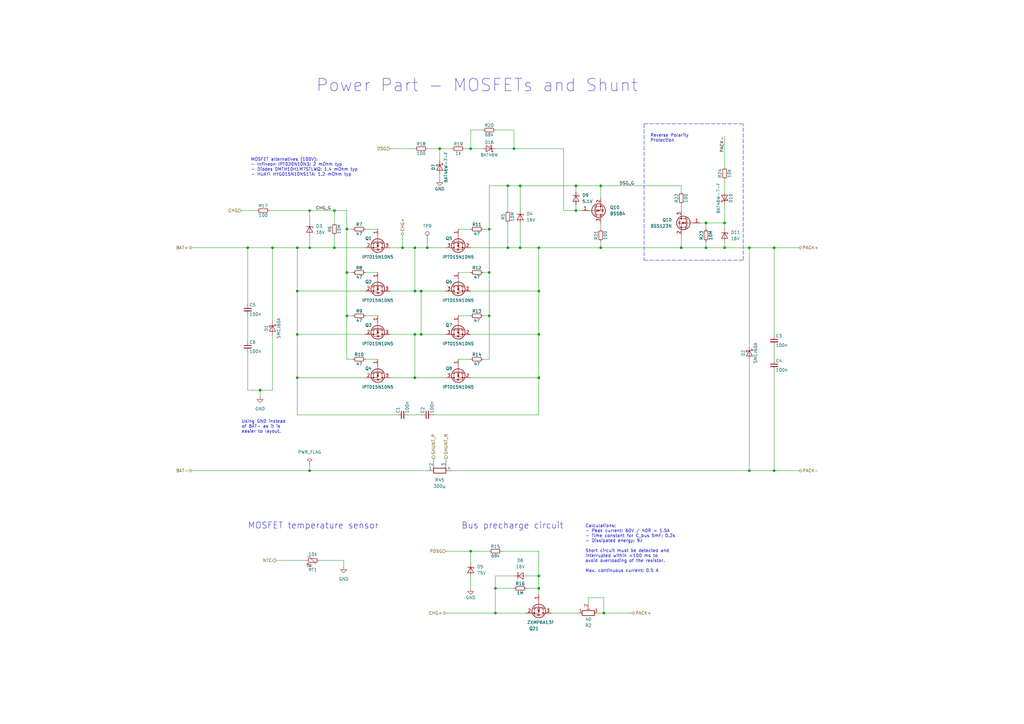
<source format=kicad_sch>
(kicad_sch (version 20211123) (generator eeschema)
  (paper "A3")
  (title_block (title "Libre Solar BMS C1") (date "2022-08-27") (rev "0.3") (company "Libre Solar Technologies GmbH") (comment 1 "Website: https://libre.solar") (comment 2 "Author: Martin Jäger") (comment 3 "License: CERN-OHL-W"))
  (lib_symbols
    (symbol "Connector:TestPoint" (pin_numbers hide) (pin_names (offset 0.762) hide)
      (property "Reference" "TP" (at 0 6.858 0))
      (property "Value" "TestPoint" (at 0 5.08 0))
      (symbol "TestPoint_0_1"
        (circle (center 0 3.302) (radius 0.762))
      )
      (symbol "TestPoint_1_1"
        (pin passive line (at 0 0 90) (length 2.54) (name "1") (number "1"))
      )
    )
    (symbol "Device:Q_NMOS_GSD" (pin_names (offset 0) hide)
      (property "Reference" "Q" (at 5.08 1.27 0))
      (property "Value" "Q_NMOS_GSD" (at 5.08 -1.27 0))
      (symbol "Q_NMOS_GSD_0_1"
        (polyline (pts (xy 0.254 0) (xy -2.54 0)))
        (polyline (pts (xy 0.254 1.905) (xy 0.254 -1.905)) (stroke (width 0.254)))
        (polyline (pts (xy 0.762 -1.27) (xy 0.762 -2.286)) (stroke (width 0.254)))
        (polyline (pts (xy 0.762 0.508) (xy 0.762 -0.508)) (stroke (width 0.254)))
        (polyline (pts (xy 0.762 2.286) (xy 0.762 1.27)) (stroke (width 0.254)))
        (polyline (pts (xy 2.54 2.54) (xy 2.54 1.778)))
        (polyline (pts (xy 2.54 -2.54) (xy 2.54 0) (xy 0.762 0)))
        (polyline (pts (xy 0.762 -1.778) (xy 3.302 -1.778) (xy 3.302 1.778) (xy 0.762 1.778)))
        (polyline (pts (xy 1.016 0) (xy 2.032 0.381) (xy 2.032 -0.381) (xy 1.016 0)) (fill (type outline)))
        (polyline (pts (xy 2.794 0.508) (xy 2.921 0.381) (xy 3.683 0.381) (xy 3.81 0.254)))
        (polyline (pts (xy 3.302 0.381) (xy 2.921 -0.254) (xy 3.683 -0.254) (xy 3.302 0.381)))
        (circle (center 1.651 0) (radius 2.794) (stroke (width 0.254)))
        (circle (center 2.54 -1.778) (radius 0.254) (fill (type outline)))
        (circle (center 2.54 1.778) (radius 0.254) (fill (type outline)))
      )
      (symbol "Q_NMOS_GSD_1_1"
        (pin input line (at -5.08 0 0) (length 2.54) (name "G") (number "1"))
        (pin passive line (at 2.54 -5.08 90) (length 2.54) (name "S") (number "2"))
        (pin passive line (at 2.54 5.08 270) (length 2.54) (name "D") (number "3"))
      )
    )
    (symbol "Device:Q_PMOS_GSD" (pin_names (offset 0) hide)
      (property "Reference" "Q" (at 5.08 1.27 0))
      (property "Value" "Q_PMOS_GSD" (at 5.08 -1.27 0))
      (symbol "Q_PMOS_GSD_0_1"
        (polyline (pts (xy 0.254 0) (xy -2.54 0)))
        (polyline (pts (xy 0.254 1.905) (xy 0.254 -1.905)) (stroke (width 0.254)))
        (polyline (pts (xy 0.762 -1.27) (xy 0.762 -2.286)) (stroke (width 0.254)))
        (polyline (pts (xy 0.762 0.508) (xy 0.762 -0.508)) (stroke (width 0.254)))
        (polyline (pts (xy 0.762 2.286) (xy 0.762 1.27)) (stroke (width 0.254)))
        (polyline (pts (xy 2.54 2.54) (xy 2.54 1.778)))
        (polyline (pts (xy 2.54 -2.54) (xy 2.54 0) (xy 0.762 0)))
        (polyline (pts (xy 0.762 1.778) (xy 3.302 1.778) (xy 3.302 -1.778) (xy 0.762 -1.778)))
        (polyline (pts (xy 2.286 0) (xy 1.27 0.381) (xy 1.27 -0.381) (xy 2.286 0)) (fill (type outline)))
        (polyline (pts (xy 2.794 -0.508) (xy 2.921 -0.381) (xy 3.683 -0.381) (xy 3.81 -0.254)))
        (polyline (pts (xy 3.302 -0.381) (xy 2.921 0.254) (xy 3.683 0.254) (xy 3.302 -0.381)))
        (circle (center 1.651 0) (radius 2.794) (stroke (width 0.254)))
        (circle (center 2.54 -1.778) (radius 0.254) (fill (type outline)))
        (circle (center 2.54 1.778) (radius 0.254) (fill (type outline)))
      )
      (symbol "Q_PMOS_GSD_1_1"
        (pin input line (at -5.08 0 0) (length 2.54) (name "G") (number "1"))
        (pin passive line (at 2.54 -5.08 90) (length 2.54) (name "S") (number "2"))
        (pin passive line (at 2.54 5.08 270) (length 2.54) (name "D") (number "3"))
      )
    )
    (symbol "Device:R_Potentiometer_Trim" (pin_names (offset 1.016) hide)
      (property "Reference" "RV" (at -4.445 0 90))
      (property "Value" "R_Potentiometer_Trim" (at -2.54 0 90))
      (symbol "R_Potentiometer_Trim_0_1"
        (polyline (pts (xy 1.524 0.762) (xy 1.524 -0.762)))
        (polyline (pts (xy 2.54 0) (xy 1.524 0)))
        (rectangle (start 1.016 2.54) (end -1.016 -2.54) (stroke (width 0.254)))
      )
      (symbol "R_Potentiometer_Trim_1_1"
        (pin passive line (at 0 3.81 270) (length 1.27) (name "1") (number "1"))
        (pin passive line (at 3.81 0 180) (length 1.27) (name "2") (number "2"))
        (pin passive line (at 0 -3.81 90) (length 1.27) (name "3") (number "3"))
      )
    )
    (symbol "Device:R_Shunt" (pin_numbers hide) (pin_names (offset 0))
      (property "Reference" "R" (at -4.445 0 90))
      (property "Value" "R_Shunt" (at -2.54 0 90))
      (symbol "R_Shunt_0_1"
        (rectangle (start -1.016 -2.54) (end 1.016 2.54) (stroke (width 0.254)))
        (polyline (pts (xy 0 -2.54) (xy 1.27 -2.54)))
        (polyline (pts (xy 1.27 2.54) (xy 0 2.54)))
      )
      (symbol "R_Shunt_1_1"
        (pin passive line (at 0 5.08 270) (length 2.54) (name "1") (number "1"))
        (pin passive line (at 3.81 2.54 180) (length 2.54) (name "2") (number "2"))
        (pin passive line (at 3.81 -2.54 180) (length 2.54) (name "3") (number "3"))
        (pin passive line (at 0 -5.08 90) (length 2.54) (name "4") (number "4"))
      )
    )
    (symbol "LibreSolar:C" (pin_numbers hide) (pin_names (offset 0.254) hide)
      (property "Reference" "C" (at 0.635 1.905 0))
      (property "Value" "C" (at 0.635 -1.905 0))
      (symbol "C_0_1"
        (polyline (pts (xy -1.524 -0.508) (xy 1.524 -0.508)) (stroke (width 0.3302)))
        (polyline (pts (xy -1.524 0.508) (xy 0 0.508) (xy 1.524 0.508)) (stroke (width 0.3048)))
      )
      (symbol "C_1_1"
        (pin passive line (at 0 2.54 270) (length 1.905) (name "~") (number "1"))
        (pin passive line (at 0 -2.54 90) (length 2.032) (name "~") (number "2"))
      )
    )
    (symbol "LibreSolar:D_Schottky" (pin_numbers hide) (pin_names (offset 0.254) hide)
      (property "Reference" "D" (at 0 2.54 0))
      (property "Value" "D_Schottky" (at 0 -2.54 0))
      (symbol "D_Schottky_0_1"
        (polyline (pts (xy -1.016 -1.27) (xy -1.016 1.27)) (stroke (width 0.2032)))
        (polyline (pts (xy 1.27 0) (xy -1.27 0)))
        (polyline (pts (xy -1.016 -1.27) (xy -1.524 -1.27) (xy -1.524 -0.762)) (stroke (width 0.2032)))
        (polyline (pts (xy -1.016 1.27) (xy -0.508 1.27) (xy -0.508 0.762)) (stroke (width 0.2032)))
        (polyline (pts (xy 1.27 -1.27) (xy -1.016 0) (xy 1.27 1.27) (xy 1.27 -1.27)) (stroke (width 0.2032)))
      )
      (symbol "D_Schottky_1_1"
        (pin passive line (at -2.54 0 0) (length 1.27) (name "K") (number "1"))
        (pin passive line (at 2.54 0 180) (length 1.27) (name "A") (number "2"))
      )
    )
    (symbol "LibreSolar:D_Zener" (pin_numbers hide) (pin_names (offset 1.016) hide)
      (property "Reference" "D" (at 0 2.54 0))
      (property "Value" "D_Zener" (at 0 -2.54 0))
      (symbol "D_Zener_0_1"
        (polyline (pts (xy 1.27 0) (xy -1.27 0)))
        (polyline (pts (xy -1.016 0) (xy 1.27 1.27) (xy 1.27 -1.27) (xy -1.016 0)) (stroke (width 0.2032)))
        (polyline (pts (xy -0.508 1.27) (xy -1.016 1.27) (xy -1.016 0) (xy -1.016 -1.27)) (stroke (width 0.2032)))
      )
      (symbol "D_Zener_1_1"
        (pin passive line (at -2.54 0 0) (length 1.27) (name "K") (number "1"))
        (pin passive line (at 2.54 0 180) (length 1.27) (name "A") (number "2"))
      )
    )
    (symbol "LibreSolar:R" (pin_numbers hide) (pin_names (offset 0.254) hide)
      (property "Reference" "R" (at -1.905 0 90))
      (property "Value" "R" (at 1.905 0 90))
      (symbol "R_0_1"
        (rectangle (start -0.762 1.778) (end 0.762 -1.778) (stroke (width 0.2032)))
      )
      (symbol "R_1_1"
        (pin passive line (at 0 2.54 270) (length 0.762) (name "~") (number "1"))
        (pin passive line (at 0 -2.54 90) (length 0.762) (name "~") (number "2"))
      )
    )
    (symbol "LibreSolar:R_NTC" (pin_numbers hide) (pin_names (offset 0))
      (property "Reference" "RT" (at -3.81 0 90))
      (property "Value" "R_NTC" (at 2.54 0 90))
      (symbol "R_NTC_0_1"
        (rectangle (start -0.762 1.778) (end 0.762 -1.778) (stroke (width 0.2032)))
        (polyline (pts (xy 1.524 -2.286) (xy 1.524 -1.27) (xy -1.524 1.27)))
        (polyline (pts (xy -2.286 -2.54) (xy -2.286 -0.508) (xy -2.54 -1.27) (xy -2.032 -1.27) (xy -2.286 -0.508) (xy -2.286 -0.762)) (fill (type outline)))
        (polyline (pts (xy -1.524 -0.508) (xy -1.524 -2.54) (xy -1.778 -1.778) (xy -1.27 -1.778) (xy -1.524 -2.54) (xy -1.524 -2.286)) (fill (type outline)))
      )
      (symbol "R_NTC_1_1"
        (pin passive line (at 0 2.54 270) (length 0.762) (name "~") (number "1"))
        (pin passive line (at 0 -2.54 90) (length 0.762) (name "~") (number "2"))
      )
    )
    (symbol "power:GND" (power) (pin_names (offset 0))
      (property "Value" "GND" (at 0 -3.81 0))
      (symbol "GND_0_1"
        (polyline (pts (xy 0 0) (xy 0 -1.27) (xy 1.27 -1.27) (xy 0 -2.54) (xy -1.27 -1.27) (xy 0 -1.27)))
      )
      (symbol "GND_1_1"
        (pin power_in line (at 0 0 270) (length 0) hide (name "GND") (number "1"))
      )
    )
    (symbol "power:PWR_FLAG" (power) (pin_numbers hide) (pin_names (offset 0) hide)
      (property "Value" "PWR_FLAG" (at 0 3.81 0))
      (symbol "PWR_FLAG_0_0"
        (pin power_out line (at 0 0 90) (length 0) (name "pwr") (number "1"))
      )
      (symbol "PWR_FLAG_0_1"
        (polyline (pts (xy 0 0) (xy 0 1.27) (xy -1.016 1.905) (xy 0 2.54) (xy 1.016 1.905) (xy 0 1.27)))
      )
    )
  )
  (junction (at 175.26 101.6))
  (junction (at 246.38 101.6))
  (junction (at 200.66 93.98))
  (junction (at 170.18 101.6))
  (junction (at 220.98 154.94))
  (junction (at 142.24 129.54))
  (junction (at 127 86.36))
  (junction (at 246.38 76.2))
  (junction (at 106.68 160.02))
  (junction (at 172.72 119.38))
  (junction (at 208.28 76.2))
  (junction (at 127 193.04))
  (junction (at 137.16 86.36))
  (junction (at 220.98 236.22))
  (junction (at 127 101.6))
  (junction (at 210.82 60.96))
  (junction (at 289.56 91.44))
  (junction (at 297.18 101.6))
  (junction (at 236.22 86.36))
  (junction (at 101.6 101.6))
  (junction (at 279.4 101.6))
  (junction (at 170.18 154.94))
  (junction (at 307.34 101.6))
  (junction (at 170.18 137.16))
  (junction (at 193.04 226.06))
  (junction (at 297.18 91.44))
  (junction (at 200.66 111.76))
  (junction (at 307.34 193.04))
  (junction (at 317.5 101.6))
  (junction (at 121.92 101.6) (diameter 0.9144))
  (junction (at 220.98 119.38) (diameter 0.9144))
  (junction (at 289.56 101.6))
  (junction (at 208.28 101.6))
  (junction (at 220.98 137.16))
  (junction (at 137.16 101.6))
  (junction (at 213.36 76.2))
  (junction (at 142.24 111.76))
  (junction (at 172.72 137.16))
  (junction (at 220.98 241.3))
  (junction (at 170.18 119.38))
  (junction (at 247.65 251.46))
  (junction (at 121.92 119.38) (diameter 0.9144))
  (junction (at 236.22 76.2))
  (junction (at 213.36 101.6))
  (junction (at 165.1 101.6))
  (junction (at 193.04 60.96))
  (junction (at 121.92 137.16))
  (junction (at 317.5 193.04))
  (junction (at 203.2 251.46))
  (junction (at 203.2 241.3))
  (junction (at 220.98 101.6) (diameter 0.9144))
  (junction (at 180.34 60.96))
  (junction (at 111.76 101.6))
  (junction (at 121.92 154.94))
  (junction (at 200.66 129.54))
  (junction (at 142.24 93.98))
  (wire (pts (xy 246.38 76.2) (xy 246.38 81.28)))
  (wire (pts (xy 208.28 76.2) (xy 213.36 76.2)))
  (wire (pts (xy 127 86.36) (xy 137.16 86.36)))
  (wire (pts (xy 182.88 187.96) (xy 182.88 189.23)))
  (wire (pts (xy 203.2 53.34) (xy 210.82 53.34)))
  (wire (pts (xy 220.98 101.6) (xy 220.98 119.38)))
  (wire (pts (xy 307.34 101.6) (xy 307.34 142.24)))
  (wire (pts (xy 279.4 83.82) (xy 279.4 86.36)))
  (wire (pts (xy 241.3 245.11) (xy 247.65 245.11)))
  (wire (pts (xy 193.04 226.06) (xy 200.66 226.06)))
  (wire (pts (xy 142.24 147.32) (xy 144.78 147.32)))
  (wire (pts (xy 172.72 119.38) (xy 182.88 119.38)))
  (wire (pts (xy 121.92 119.38) (xy 121.92 137.16)))
  (wire (pts (xy 137.16 101.6) (xy 149.86 101.6)))
  (wire (pts (xy 200.66 76.2) (xy 208.28 76.2)))
  (wire (pts (xy 193.04 53.34) (xy 193.04 60.96)))
  (wire (pts (xy 177.8 187.96) (xy 177.8 189.23)))
  (wire (pts (xy 246.38 76.2) (xy 279.4 76.2)))
  (wire (pts (xy 170.18 101.6) (xy 175.26 101.6)))
  (wire (pts (xy 127 101.6) (xy 137.16 101.6)))
  (wire (pts (xy 142.24 111.76) (xy 142.24 129.54)))
  (wire (pts (xy 101.6 144.78) (xy 101.6 160.02)))
  (wire (pts (xy 220.98 119.38) (xy 220.98 137.16)))
  (wire (pts (xy 127 86.36) (xy 127 91.44)))
  (wire (pts (xy 99.06 86.36) (xy 105.41 86.36)))
  (wire (pts (xy 162.56 170.18) (xy 121.92 170.18)))
  (wire (pts (xy 182.88 226.06) (xy 193.04 226.06)))
  (wire (pts (xy 142.24 93.98) (xy 144.78 93.98)))
  (wire (pts (xy 220.98 236.22) (xy 220.98 241.3)))
  (wire (pts (xy 111.76 101.6) (xy 111.76 132.08)))
  (wire (pts (xy 200.66 129.54) (xy 200.66 147.32)))
  (wire (pts (xy 165.1 101.6) (xy 170.18 101.6)))
  (wire (pts (xy 165.1 96.52) (xy 165.1 101.6)))
  (wire (pts (xy 220.98 137.16) (xy 220.98 154.94)))
  (wire (pts (xy 220.98 154.94) (xy 220.98 170.18)))
  (wire (pts (xy 213.36 76.2) (xy 213.36 86.36)))
  (wire (pts (xy 208.28 91.44) (xy 208.28 101.6)))
  (wire (pts (xy 149.86 111.76) (xy 154.94 111.76)))
  (wire (pts (xy 297.18 99.06) (xy 297.18 101.6)))
  (wire (pts (xy 170.18 137.16) (xy 170.18 154.94)))
  (wire (pts (xy 180.34 60.96) (xy 185.42 60.96)))
  (wire (pts (xy 121.92 137.16) (xy 121.92 154.94)))
  (wire (pts (xy 193.04 137.16) (xy 220.98 137.16)))
  (wire (pts (xy 170.18 101.6) (xy 170.18 119.38)))
  (wire (pts (xy 289.56 99.06) (xy 289.56 101.6)))
  (wire (pts (xy 220.98 101.6) (xy 246.38 101.6)))
  (wire (pts (xy 203.2 60.96) (xy 210.82 60.96)))
  (wire (pts (xy 121.92 119.38) (xy 149.86 119.38)))
  (wire (pts (xy 172.72 137.16) (xy 182.88 137.16)))
  (wire (pts (xy 198.12 53.34) (xy 193.04 53.34)))
  (wire (pts (xy 220.98 226.06) (xy 205.74 226.06)))
  (wire (pts (xy 137.16 86.36) (xy 137.16 91.44)))
  (wire (pts (xy 297.18 73.66) (xy 297.18 78.74)))
  (wire (pts (xy 190.5 60.96) (xy 193.04 60.96)))
  (wire (pts (xy 198.12 111.76) (xy 200.66 111.76)))
  (wire (pts (xy 121.92 101.6) (xy 121.92 119.38)))
  (wire (pts (xy 106.68 160.02) (xy 106.68 162.56)))
  (wire (pts (xy 231.14 86.36) (xy 236.22 86.36)))
  (wire (pts (xy 289.56 91.44) (xy 297.18 91.44)))
  (wire (pts (xy 140.97 232.41) (xy 140.97 229.87)))
  (wire (pts (xy 160.02 60.96) (xy 170.18 60.96)))
  (wire (pts (xy 130.81 229.87) (xy 140.97 229.87)))
  (wire (pts (xy 127 193.04) (xy 175.26 193.04)))
  (wire (pts (xy 111.76 137.16) (xy 111.76 160.02)))
  (wire (pts (xy 210.82 236.22) (xy 203.2 236.22)))
  (wire (pts (xy 121.92 101.6) (xy 127 101.6)))
  (wire (pts (xy 246.38 101.6) (xy 279.4 101.6)))
  (wire (pts (xy 317.5 101.6) (xy 327.66 101.6)))
  (wire (pts (xy 297.18 83.82) (xy 297.18 91.44)))
  (wire (pts (xy 213.36 76.2) (xy 236.22 76.2)))
  (wire (pts (xy 213.36 101.6) (xy 220.98 101.6)))
  (wire (pts (xy 210.82 60.96) (xy 231.14 60.96)))
  (wire (pts (xy 220.98 241.3) (xy 215.9 241.3)))
  (wire (pts (xy 160.02 119.38) (xy 170.18 119.38)))
  (wire (pts (xy 175.26 99.06) (xy 175.26 101.6)))
  (wire (pts (xy 170.18 154.94) (xy 182.88 154.94)))
  (wire (pts (xy 247.65 245.11) (xy 247.65 251.46)))
  (wire (pts (xy 247.65 251.46) (xy 259.08 251.46)))
  (wire (pts (xy 220.98 243.84) (xy 220.98 241.3)))
  (wire (pts (xy 307.34 193.04) (xy 317.5 193.04)))
  (wire (pts (xy 101.6 101.6) (xy 111.76 101.6)))
  (wire (pts (xy 193.04 154.94) (xy 220.98 154.94)))
  (wire (pts (xy 200.66 93.98) (xy 200.66 111.76)))
  (wire (pts (xy 187.96 111.76) (xy 193.04 111.76)))
  (wire (pts (xy 172.72 137.16) (xy 172.72 119.38)))
  (wire (pts (xy 236.22 86.36) (xy 238.76 86.36)))
  (wire (pts (xy 113.03 229.87) (xy 125.73 229.87)))
  (wire (pts (xy 144.78 111.76) (xy 142.24 111.76)))
  (wire (pts (xy 317.5 152.4) (xy 317.5 193.04)))
  (wire (pts (xy 307.34 101.6) (xy 317.5 101.6)))
  (wire (pts (xy 127 96.52) (xy 127 101.6)))
  (wire (pts (xy 111.76 101.6) (xy 121.92 101.6)))
  (wire (pts (xy 106.68 160.02) (xy 101.6 160.02)))
  (wire (pts (xy 111.76 160.02) (xy 106.68 160.02)))
  (wire (pts (xy 198.12 147.32) (xy 200.66 147.32)))
  (wire (pts (xy 203.2 236.22) (xy 203.2 241.3)))
  (wire (pts (xy 180.34 60.96) (xy 180.34 66.04)))
  (wire (pts (xy 160.02 137.16) (xy 170.18 137.16)))
  (wire (pts (xy 279.4 96.52) (xy 279.4 101.6)))
  (wire (pts (xy 177.8 170.18) (xy 220.98 170.18)))
  (wire (pts (xy 175.26 101.6) (xy 182.88 101.6)))
  (wire (pts (xy 137.16 86.36) (xy 142.24 86.36)))
  (wire (pts (xy 193.04 60.96) (xy 198.12 60.96)))
  (wire (pts (xy 236.22 83.82) (xy 236.22 86.36)))
  (wire (pts (xy 208.28 101.6) (xy 213.36 101.6)))
  (wire (pts (xy 210.82 53.34) (xy 210.82 60.96)))
  (wire (pts (xy 245.11 251.46) (xy 247.65 251.46)))
  (wire (pts (xy 317.5 142.24) (xy 317.5 147.32)))
  (polyline (pts (xy 304.8 106.68) (xy 304.8 50.8)))
  (wire (pts (xy 142.24 129.54) (xy 144.78 129.54)))
  (wire (pts (xy 289.56 91.44) (xy 289.56 93.98)))
  (wire (pts (xy 142.24 86.36) (xy 142.24 93.98)))
  (wire (pts (xy 200.66 76.2) (xy 200.66 93.98)))
  (wire (pts (xy 149.86 93.98) (xy 154.94 93.98)))
  (wire (pts (xy 193.04 236.22) (xy 193.04 241.3)))
  (wire (pts (xy 289.56 101.6) (xy 297.18 101.6)))
  (wire (pts (xy 200.66 111.76) (xy 200.66 129.54)))
  (wire (pts (xy 137.16 96.52) (xy 137.16 101.6)))
  (wire (pts (xy 297.18 93.98) (xy 297.18 91.44)))
  (wire (pts (xy 279.4 101.6) (xy 289.56 101.6)))
  (wire (pts (xy 160.02 101.6) (xy 165.1 101.6)))
  (wire (pts (xy 175.26 60.96) (xy 180.34 60.96)))
  (wire (pts (xy 213.36 91.44) (xy 213.36 101.6)))
  (wire (pts (xy 78.74 101.6) (xy 101.6 101.6)))
  (wire (pts (xy 236.22 76.2) (xy 246.38 76.2)))
  (wire (pts (xy 185.42 193.04) (xy 307.34 193.04)))
  (wire (pts (xy 193.04 226.06) (xy 193.04 231.14)))
  (polyline (pts (xy 264.16 106.68) (xy 304.8 106.68)))
  (wire (pts (xy 307.34 147.32) (xy 307.34 193.04)))
  (wire (pts (xy 121.92 154.94) (xy 149.86 154.94)))
  (wire (pts (xy 78.74 193.04) (xy 127 193.04)))
  (wire (pts (xy 182.88 251.46) (xy 203.2 251.46)))
  (wire (pts (xy 149.86 129.54) (xy 154.94 129.54)))
  (wire (pts (xy 226.06 251.46) (xy 237.49 251.46)))
  (wire (pts (xy 142.24 129.54) (xy 142.24 147.32)))
  (wire (pts (xy 241.3 247.65) (xy 241.3 245.11)))
  (wire (pts (xy 297.18 55.88) (xy 297.18 68.58)))
  (wire (pts (xy 149.86 147.32) (xy 154.94 147.32)))
  (wire (pts (xy 198.12 129.54) (xy 200.66 129.54)))
  (wire (pts (xy 203.2 241.3) (xy 203.2 251.46)))
  (wire (pts (xy 287.02 91.44) (xy 289.56 91.44)))
  (wire (pts (xy 160.02 154.94) (xy 170.18 154.94)))
  (wire (pts (xy 127 190.5) (xy 127 193.04)))
  (wire (pts (xy 110.49 86.36) (xy 127 86.36)))
  (wire (pts (xy 215.9 251.46) (xy 203.2 251.46)))
  (wire (pts (xy 220.98 236.22) (xy 220.98 226.06)))
  (wire (pts (xy 215.9 236.22) (xy 220.98 236.22)))
  (wire (pts (xy 246.38 91.44) (xy 246.38 93.98)))
  (wire (pts (xy 142.24 111.76) (xy 142.24 93.98)))
  (wire (pts (xy 231.14 86.36) (xy 231.14 60.96)))
  (wire (pts (xy 236.22 76.2) (xy 236.22 78.74)))
  (wire (pts (xy 246.38 99.06) (xy 246.38 101.6)))
  (wire (pts (xy 187.96 93.98) (xy 193.04 93.98)))
  (wire (pts (xy 210.82 241.3) (xy 203.2 241.3)))
  (wire (pts (xy 317.5 193.04) (xy 327.66 193.04)))
  (polyline (pts (xy 264.16 50.8) (xy 304.8 50.8)))
  (wire (pts (xy 187.96 147.32) (xy 193.04 147.32)))
  (wire (pts (xy 187.96 129.54) (xy 193.04 129.54)))
  (wire (pts (xy 297.18 101.6) (xy 307.34 101.6)))
  (wire (pts (xy 170.18 119.38) (xy 172.72 119.38)))
  (wire (pts (xy 101.6 101.6) (xy 101.6 124.46)))
  (wire (pts (xy 317.5 101.6) (xy 317.5 137.16)))
  (wire (pts (xy 101.6 129.54) (xy 101.6 139.7)))
  (wire (pts (xy 180.34 71.12) (xy 180.34 73.66)))
  (wire (pts (xy 121.92 170.18) (xy 121.92 154.94)))
  (wire (pts (xy 170.18 137.16) (xy 172.72 137.16)))
  (wire (pts (xy 172.72 170.18) (xy 167.64 170.18)))
  (wire (pts (xy 198.12 93.98) (xy 200.66 93.98)))
  (polyline (pts (xy 264.16 50.8) (xy 264.16 106.68)))
  (wire (pts (xy 208.28 76.2) (xy 208.28 86.36)))
  (wire (pts (xy 193.04 101.6) (xy 208.28 101.6)))
  (wire (pts (xy 279.4 78.74) (xy 279.4 76.2)))
  (wire (pts (xy 193.04 119.38) (xy 220.98 119.38)))
  (wire (pts (xy 121.92 137.16) (xy 149.86 137.16)))
  (text "Reverse Polarity\nProtection" (at 266.7 58.42 0) (effects (font (size 1.27 1.27)) (justify left bottom)))
  (text "MOSFET alternatives (100V):\n- Infineon IPT020N10N3: 2 mOhm typ\n- Diodes DMTH10H1M7STLWQ: 1.4 mOhm typ\n- HUAYI HYG015N10NS1TA: 1.2 mOhm typ\n" (at 102.87 72.39 0) (effects (font (size 1.27 1.27)) (justify left bottom)))
  (text "Power Part - MOSFETs and Shunt" (at 129.54 38.1 0) (effects (font (size 5.08 5.08)) (justify left bottom)))
  (text "MOSFET temperature sensor" (at 101.6 217.17 0) (effects (font (size 2.54 2.54)) (justify left bottom)))
  (text "Using GND instead\nof BAT- as it is\neasier to layout." (at 99.06 177.8 0) (effects (font (size 1.27 1.27)) (justify left bottom)))
  (text "Bus precharge circuit" (at 189.23 217.17 0) (effects (font (size 2.54 2.54)) (justify left bottom)))
  (text "Calculations:\n- Peak current: 60V / 40R = 1.5A\n- Time constant for C_bus 5mF: 0.2s\n- Dissipated energy: 9J\n\nShort circuit must be detected and\ninterrupted within <100 ms to\navoid overloading of the resistor.\n\nMax. continuous current: 0.5 A" (at 240.03 234.95 0) (effects (font (size 1.27 1.27)) (justify left bottom)))
  (label "PACK-" (at 297.18 55.88 270))
  (label "DSG_G" (at 254 76.2 0))
  (label "CHG_G" (at 129.54 86.36 0))
  (hierarchical_label "DSG" (shape input) (at 160.02 60.96 180))
  (hierarchical_label "PDSG" (shape input) (at 182.88 226.06 180))
  (hierarchical_label "CHG" (shape input) (at 99.06 86.36 180))
  (hierarchical_label "BAT+" (shape bidirectional) (at 78.74 101.6 180))
  (hierarchical_label "SHUNT_N" (shape output) (at 182.88 187.96 90))
  (hierarchical_label "CHG+" (shape bidirectional) (at 182.88 251.46 180))
  (hierarchical_label "PACK+" (shape bidirectional) (at 327.66 101.6 0))
  (hierarchical_label "BAT-" (shape bidirectional) (at 78.74 193.04 180))
  (hierarchical_label "CHG+" (shape bidirectional) (at 165.1 96.52 90))
  (hierarchical_label "PACK-" (shape bidirectional) (at 327.66 193.04 0))
  (hierarchical_label "PACK+" (shape bidirectional) (at 259.08 251.46 0))
  (hierarchical_label "SHUNT_P" (shape output) (at 177.8 187.96 90))
  (hierarchical_label "NTC" (shape output) (at 113.03 229.87 180))
  (symbol (lib_id "LibreSolar:R_NTC") (at 128.27 229.87 270) (mirror x) (unit 1)
    (property "Reference" "RT1" (at 128.27 233.68 90))
    (property "Value" "10k" (at 128.27 227.33 90))
    (property "Footprint" "LibreSolar:R_0603_1608" (effects hide))
    (property "Manufacturer" "TDK" (effects hide))
    (property "PartNumber" "NTCG163JF103FT1S" (effects hide))
  )
  (symbol (lib_id "LibreSolar:D_Schottky") (at 111.76 134.62 90) (mirror x) (unit 1)
    (property "Reference" "D1" (at 109.22 134.62 0))
    (property "Value" "SMCJ60A" (at 114.3 134.62 0))
    (property "Footprint" "LibreSolar:D_SMC" (effects hide))
    (property "Manufacturer" "Bourns" (effects hide))
    (property "PartNumber" "SMCJ60A" (effects hide))
    (property "Remarks" "Alternative: Diodes Inc. SMCJ60A-13-F" (effects hide))
  )
  (symbol (lib_id "LibreSolar:D_Schottky") (at 307.34 144.78 90) (mirror x) (unit 1)
    (property "Reference" "D2" (at 304.8 144.78 0))
    (property "Value" "SMCJ60A" (at 309.88 144.78 0))
    (property "Footprint" "LibreSolar:D_SMC" (effects hide))
    (property "Manufacturer" "Bourns" (effects hide))
    (property "PartNumber" "SMCJ60A" (effects hide))
    (property "Remarks" "Alternative: Diodes Inc. SMCJ60A-13-F" (effects hide))
  )
  (symbol (lib_id "LibreSolar:C") (at 317.5 139.7 0) (unit 1)
    (property "Reference" "C3" (at 318.135 137.795 0) (effects (justify left)))
    (property "Value" "100n" (at 318.135 141.605 0) (effects (justify left)))
    (property "Footprint" "LibreSolar:C_0603_1608" (effects hide))
    (property "Manufacturer" "any" (effects hide))
    (property "Remarks" "X7R, 100V" (effects hide))
  )
  (symbol (lib_id "LibreSolar:C") (at 317.5 149.86 0) (unit 1)
    (property "Reference" "C4" (at 318.135 147.955 0) (effects (justify left)))
    (property "Value" "100n" (at 318.135 151.765 0) (effects (justify left)))
    (property "Footprint" "LibreSolar:C_0603_1608" (effects hide))
    (property "Manufacturer" "any" (effects hide))
    (property "Remarks" "X7R, 100V" (effects hide))
  )
  (symbol (lib_id "LibreSolar:C") (at 165.1 170.18 90) (unit 1)
    (property "Reference" "C1" (at 163.195 169.545 0) (effects (justify left)))
    (property "Value" "100n" (at 167.005 169.545 0) (effects (justify left)))
    (property "Footprint" "LibreSolar:C_0603_1608" (effects hide))
    (property "Manufacturer" "any" (effects hide))
    (property "Remarks" "X7R, 100V" (effects hide))
  )
  (symbol (lib_id "LibreSolar:C") (at 175.26 170.18 90) (unit 1)
    (property "Reference" "C2" (at 173.355 169.545 0) (effects (justify left)))
    (property "Value" "100n" (at 177.165 169.545 0) (effects (justify left)))
    (property "Footprint" "LibreSolar:C_0603_1608" (effects hide))
    (property "Manufacturer" "any" (effects hide))
    (property "Remarks" "X7R, 100V" (effects hide))
  )
  (symbol (lib_id "Device:Q_PMOS_GSD") (at 220.98 248.92 270) (unit 1)
    (property "Reference" "Q21" (at 220.98 257.81 90) (effects (justify right)))
    (property "Value" "ZXMP6A13F" (at 227.33 255.27 90) (effects (justify right)))
    (property "Footprint" "LibreSolar:SOT-23" (effects hide))
    (property "Manufacturer" "Diodes Incorporated" (effects hide))
    (property "PartNumber" "ZXMP10A17GTA" (effects hide))
    (property "Remarks" "Alternative: IRFL9110TRPBF" (effects hide))
  )
  (symbol (lib_id "LibreSolar:R") (at 137.16 93.98 0) (unit 1)
    (property "Reference" "R6" (at 135.255 93.98 90))
    (property "Value" "10M" (at 139.065 93.98 90))
    (property "Footprint" "LibreSolar:R_0603_1608" (effects hide))
    (property "Manufacturer" "any" (effects hide))
  )
  (symbol (lib_id "LibreSolar:R") (at 208.28 88.9 0) (unit 1)
    (property "Reference" "R5" (at 206.375 88.9 90))
    (property "Value" "10M" (at 210.185 88.9 90))
    (property "Footprint" "LibreSolar:R_0603_1608" (effects hide))
    (property "Manufacturer" "any" (effects hide))
  )
  (symbol (lib_id "Device:R_Shunt") (at 180.34 193.04 90) (unit 1)
    (property "Reference" "R45" (at 180.34 196.85 90))
    (property "Value" "300µ" (at 180.34 199.39 90))
    (property "Footprint" "LibreSolar:R_Shunt_5931_Kelvin" (effects hide))
    (property "Manufacturer" "Vishay" (effects hide))
    (property "PartNumber" "WSLP5931L3000FEA" (effects hide))
    (property "Remarks" "Alternative: Bourns CSS2H-5930R-L300F" (effects hide))
    (property "Reference" "R45" (effects hide))
    (property "Value" "300µ" (effects hide))
  )
  (symbol (lib_id "power:GND") (at 140.97 232.41 0) (unit 1)
    (property "Reference" "#PWR0159" (effects hide))
    (property "Value" "GND" (at 140.97 237.49 0))
  )
  (symbol (lib_id "power:PWR_FLAG") (at 127 190.5 0) (unit 1)
    (property "Reference" "#FLG0101" (effects hide))
    (property "Value" "PWR_FLAG" (at 127 185.42 0))
  )
  (symbol (lib_id "LibreSolar:R") (at 297.18 71.12 0) (unit 1)
    (property "Reference" "R24" (at 295.275 71.12 90))
    (property "Value" "10k" (at 299.085 71.12 90))
    (property "Footprint" "LibreSolar:R_0603_1608" (effects hide))
    (property "Manufacturer" "any" (effects hide))
  )
  (symbol (lib_id "Device:Q_NMOS_GSD") (at 154.94 152.4 270) (unit 1)
    (property "Reference" "Q4" (at 151.13 151.13 90))
    (property "Value" "IPT015N10N5" (at 154.94 158.75 90))
    (property "Footprint" "Package_TO_SOT_SMD:Infineon_PG-HSOF-8-1_ThermalVias" (effects hide))
    (property "Manufacturer" "Infineon" (effects hide))
    (property "PartNumber" "IPT015N10N5" (effects hide))
    (property "Remarks" "Alternative with 2mOhm: IPT020N10N3" (effects hide))
  )
  (symbol (lib_id "power:GND") (at 106.68 162.56 0) (unit 1)
    (property "Reference" "#PWR0150" (effects hide))
    (property "Value" "GND" (at 106.68 167.64 0))
  )
  (symbol (lib_id "LibreSolar:R") (at 213.36 241.3 90) (mirror x) (unit 1)
    (property "Reference" "R16" (at 213.36 239.395 90))
    (property "Value" "1M" (at 213.36 243.205 90))
    (property "Footprint" "LibreSolar:R_0603_1608" (effects hide))
    (property "Manufacturer" "any" (effects hide))
  )
  (symbol (lib_id "Device:Q_NMOS_GSD") (at 154.94 116.84 270) (unit 1)
    (property "Reference" "Q2" (at 151.13 115.57 90))
    (property "Value" "IPT015N10N5" (at 154.94 123.19 90))
    (property "Footprint" "Package_TO_SOT_SMD:Infineon_PG-HSOF-8-1_ThermalVias" (effects hide))
    (property "Manufacturer" "Infineon" (effects hide))
    (property "PartNumber" "IPT015N10N5" (effects hide))
    (property "Remarks" "Alternative with 2mOhm: IPT020N10N3" (effects hide))
  )
  (symbol (lib_id "Device:Q_NMOS_GSD") (at 154.94 134.62 270) (unit 1)
    (property "Reference" "Q3" (at 151.13 133.35 90))
    (property "Value" "IPT015N10N5" (at 154.94 140.97 90))
    (property "Footprint" "Package_TO_SOT_SMD:Infineon_PG-HSOF-8-1_ThermalVias" (effects hide))
    (property "Manufacturer" "Infineon" (effects hide))
    (property "PartNumber" "IPT015N10N5" (effects hide))
    (property "Remarks" "Alternative with 2mOhm: IPT020N10N3" (effects hide))
  )
  (symbol (lib_id "LibreSolar:R") (at 172.72 60.96 90) (mirror x) (unit 1)
    (property "Reference" "R18" (at 172.72 59.055 90))
    (property "Value" "100" (at 172.72 62.865 90))
    (property "Footprint" "LibreSolar:R_0603_1608" (effects hide))
    (property "Manufacturer" "any" (effects hide))
  )
  (symbol (lib_id "Device:R_Potentiometer_Trim") (at 241.3 251.46 90) (unit 1)
    (property "Reference" "R2" (at 241.3 256.54 90))
    (property "Value" "40" (at 241.3 254 90))
    (property "Footprint" "Package_TO_SOT_SMD:TO-252-2" (effects hide))
    (property "Datasheet" "https://www.mouser.de/datasheet/2/54/pwr163-777985.pdf" (effects hide))
    (property "Manufacturer" "Bourns" (effects hide))
    (property "PartNumber" "PWR163S-25-40R0FE" (effects hide))
  )
  (symbol (lib_id "LibreSolar:D_Zener") (at 213.36 236.22 0) (unit 1)
    (property "Reference" "D6" (at 213.4108 229.87 0))
    (property "Value" "16V" (at 213.4108 232.41 0))
    (property "Footprint" "LibreSolar:D_SOD-123" (effects hide))
    (property "Datasheet" "https://www.mouser.de/datasheet/2/115/DIOD_S_A0003550771_1-2542306.pdf" (effects hide))
    (property "Manufacturer" "Diodes Incorporated" (effects hide))
    (property "PartNumber" "MMSZ5246B-7-F" (effects hide))
    (property "Remarks" "Alternative: Vishay MMSZ5246B-HE3-08" (effects hide))
  )
  (symbol (lib_id "Device:Q_PMOS_GSD") (at 243.84 86.36 0) (mirror x) (unit 1)
    (property "Reference" "Q10" (at 250.19 85.09 0) (effects (justify left)))
    (property "Value" "BSS84" (at 250.19 87.63 0) (effects (justify left)))
    (property "Footprint" "LibreSolar:SOT-23" (effects hide))
    (property "Manufacturer" "Nexperia" (effects hide))
    (property "PartNumber" "BSS84AK,215" (effects hide))
    (property "Remarks" "at least -20V" (effects hide))
  )
  (symbol (lib_id "power:GND") (at 180.34 73.66 0) (unit 1)
    (property "Reference" "#PWR02" (effects hide))
    (property "Value" "GND" (at 180.34 77.47 0))
  )
  (symbol (lib_id "LibreSolar:C") (at 101.6 142.24 0) (unit 1)
    (property "Reference" "C6" (at 102.235 140.335 0) (effects (justify left)))
    (property "Value" "100n" (at 102.235 144.145 0) (effects (justify left)))
    (property "Footprint" "LibreSolar:C_0603_1608" (effects hide))
    (property "Manufacturer" "any" (effects hide))
    (property "Remarks" "X7R, 100V" (effects hide))
  )
  (symbol (lib_id "LibreSolar:R") (at 147.32 129.54 90) (mirror x) (unit 1)
    (property "Reference" "R9" (at 147.32 127.635 90))
    (property "Value" "47" (at 147.32 131.445 90))
    (property "Footprint" "LibreSolar:R_0603_1608" (effects hide))
    (property "Manufacturer" "any" (effects hide))
  )
  (symbol (lib_id "LibreSolar:D_Schottky") (at 180.34 68.58 90) (mirror x) (unit 1)
    (property "Reference" "D7" (at 177.8 68.58 0))
    (property "Value" "BAT46W-7-F" (at 182.88 68.58 0))
    (property "Footprint" "LibreSolar:D_SOD-123" (effects hide))
    (property "Manufacturer" "Diodes Incorporated" (effects hide))
    (property "PartNumber" "BAT46W-7-F" (effects hide))
    (property "Remarks" "Alternative: MCC BAT46WHE3-TP" (effects hide))
  )
  (symbol (lib_id "LibreSolar:R") (at 195.58 93.98 90) (mirror x) (unit 1)
    (property "Reference" "R11" (at 195.58 92.075 90))
    (property "Value" "47" (at 195.58 95.885 90))
    (property "Footprint" "LibreSolar:R_0603_1608" (effects hide))
    (property "Manufacturer" "any" (effects hide))
  )
  (symbol (lib_id "LibreSolar:D_Schottky") (at 200.66 60.96 0) (mirror y) (unit 1)
    (property "Reference" "D16" (at 200.66 58.42 0))
    (property "Value" "BAT46W" (at 200.66 63.5 0))
    (property "Footprint" "LibreSolar:D_SOD-123" (effects hide))
    (property "Manufacturer" "Diodes Incorporated" (effects hide))
    (property "PartNumber" "BAT46W-7-F" (effects hide))
    (property "Remarks" "Alternative: MCC BAT46WHE3-TP" (effects hide))
  )
  (symbol (lib_id "LibreSolar:R") (at 107.95 86.36 90) (mirror x) (unit 1)
    (property "Reference" "R17" (at 107.95 84.455 90))
    (property "Value" "100" (at 107.95 88.265 90))
    (property "Footprint" "LibreSolar:R_0603_1608" (effects hide))
    (property "Manufacturer" "any" (effects hide))
  )
  (symbol (lib_id "LibreSolar:D_Zener") (at 213.36 88.9 270) (unit 1)
    (property "Reference" "D4" (at 215.9 87.6807 90) (effects (justify left)))
    (property "Value" "16V" (at 215.9 90.2207 90) (effects (justify left)))
    (property "Footprint" "LibreSolar:D_SOD-123" (effects hide))
    (property "Datasheet" "https://www.mouser.de/datasheet/2/115/DIOD_S_A0003550771_1-2542306.pdf" (effects hide))
    (property "Manufacturer" "Diodes Incorporated" (effects hide))
    (property "PartNumber" "MMSZ5246B-7-F" (effects hide))
    (property "Remarks" "Alternative: Vishay MMSZ5246B-HE3-08" (effects hide))
  )
  (symbol (lib_id "LibreSolar:D_Schottky") (at 297.18 81.28 270) (mirror x) (unit 1)
    (property "Reference" "D10" (at 299.72 81.28 0))
    (property "Value" "BAT46W-7-F" (at 294.64 81.28 0))
    (property "Footprint" "LibreSolar:D_SOD-123" (effects hide))
    (property "Manufacturer" "Diodes Incorporated" (effects hide))
    (property "PartNumber" "BAT46W-7-F" (effects hide))
    (property "Remarks" "Alternative: MCC BAT46WHE3-TP" (effects hide))
  )
  (symbol (lib_id "LibreSolar:D_Zener") (at 193.04 233.68 270) (unit 1)
    (property "Reference" "D5" (at 195.58 232.4607 90) (effects (justify left)))
    (property "Value" "75V" (at 195.58 235.0007 90) (effects (justify left)))
    (property "Footprint" "LibreSolar:D_SOD-123" (effects hide))
    (property "Datasheet" "https://www.mouser.de/datasheet/2/115/DIOD_S_A0003550771_1-2542306.pdf" (effects hide))
    (property "Manufacturer" "Diodes Incorporated" (effects hide))
    (property "PartNumber" "MMSZ5267BT1G" (effects hide))
  )
  (symbol (lib_id "Device:Q_NMOS_GSD") (at 187.96 152.4 90) (mirror x) (unit 1)
    (property "Reference" "Q8" (at 184.15 151.13 90))
    (property "Value" "IPT015N10N5" (at 187.96 158.75 90))
    (property "Footprint" "Package_TO_SOT_SMD:Infineon_PG-HSOF-8-1_ThermalVias" (effects hide))
    (property "Manufacturer" "Infineon" (effects hide))
    (property "PartNumber" "IPT015N10N5" (effects hide))
    (property "Remarks" "Alternative with 2mOhm: IPT020N10N3" (effects hide))
  )
  (symbol (lib_id "Device:Q_NMOS_GSD") (at 281.94 91.44 0) (mirror y) (unit 1)
    (property "Reference" "Q10" (at 275.59 90.17 0) (effects (justify left)))
    (property "Value" "BSS123N" (at 275.59 92.71 0) (effects (justify left)))
    (property "Footprint" "Package_TO_SOT_SMD:SOT-23" (effects hide))
    (property "Manufacturer" "any" (effects hide))
    (property "PartNumber" "BSS123N" (effects hide))
  )
  (symbol (lib_id "Device:Q_NMOS_GSD") (at 154.94 99.06 270) (unit 1)
    (property "Reference" "Q1" (at 151.13 97.79 90))
    (property "Value" "IPT015N10N5" (at 154.94 105.41 90))
    (property "Footprint" "Package_TO_SOT_SMD:Infineon_PG-HSOF-8-1_ThermalVias" (effects hide))
    (property "Manufacturer" "Infineon" (effects hide))
    (property "PartNumber" "IPT015N10N5" (effects hide))
    (property "Remarks" "Alternative with 2mOhm: IPT020N10N3" (effects hide))
  )
  (symbol (lib_id "LibreSolar:R") (at 147.32 111.76 90) (mirror x) (unit 1)
    (property "Reference" "R8" (at 147.32 109.855 90))
    (property "Value" "47" (at 147.32 113.665 90))
    (property "Footprint" "LibreSolar:R_0603_1608" (effects hide))
    (property "Manufacturer" "any" (effects hide))
  )
  (symbol (lib_id "LibreSolar:R") (at 289.56 96.52 0) (unit 1)
    (property "Reference" "R23" (at 287.655 96.52 90))
    (property "Value" "10M" (at 291.465 96.52 90))
    (property "Footprint" "LibreSolar:R_0603_1608" (effects hide))
    (property "Manufacturer" "any" (effects hide))
  )
  (symbol (lib_id "LibreSolar:R") (at 200.66 53.34 90) (mirror x) (unit 1)
    (property "Reference" "R20" (at 200.66 51.435 90))
    (property "Value" "68k" (at 200.66 55.245 90))
    (property "Footprint" "LibreSolar:R_0603_1608" (effects hide))
    (property "Manufacturer" "any" (effects hide))
  )
  (symbol (lib_id "LibreSolar:R") (at 147.32 93.98 90) (mirror x) (unit 1)
    (property "Reference" "R7" (at 147.32 92.075 90))
    (property "Value" "47" (at 147.32 95.885 90))
    (property "Footprint" "LibreSolar:R_0603_1608" (effects hide))
    (property "Manufacturer" "any" (effects hide))
  )
  (symbol (lib_id "LibreSolar:D_Zener") (at 127 93.98 270) (unit 1)
    (property "Reference" "D3" (at 129.54 92.7607 90) (effects (justify left)))
    (property "Value" "16V" (at 129.54 95.3007 90) (effects (justify left)))
    (property "Footprint" "LibreSolar:D_SOD-123" (effects hide))
    (property "Datasheet" "https://www.mouser.de/datasheet/2/115/DIOD_S_A0003550771_1-2542306.pdf" (effects hide))
    (property "Manufacturer" "Diodes Incorporated" (effects hide))
    (property "PartNumber" "MMSZ5246B-7-F" (effects hide))
    (property "Remarks" "Alternative: Vishay MMSZ5246B-HE3-08" (effects hide))
  )
  (symbol (lib_id "LibreSolar:R") (at 147.32 147.32 90) (mirror x) (unit 1)
    (property "Reference" "R10" (at 147.32 145.415 90))
    (property "Value" "47" (at 147.32 149.225 90))
    (property "Footprint" "LibreSolar:R_0603_1608" (effects hide))
    (property "Manufacturer" "any" (effects hide))
  )
  (symbol (lib_id "LibreSolar:R") (at 187.96 60.96 90) (mirror x) (unit 1)
    (property "Reference" "R19" (at 187.96 59.055 90))
    (property "Value" "1k" (at 187.96 62.865 90))
    (property "Footprint" "LibreSolar:R_0603_1608" (effects hide))
    (property "Manufacturer" "any" (effects hide))
  )
  (symbol (lib_id "LibreSolar:D_Zener") (at 236.22 81.28 270) (unit 1)
    (property "Reference" "D9" (at 238.76 80.0607 90) (effects (justify left)))
    (property "Value" "5.1V" (at 238.76 82.6007 90) (effects (justify left)))
    (property "Footprint" "LibreSolar:D_SOD-323" (effects hide))
    (property "Manufacturer" "Diodes Incorporated" (effects hide))
    (property "PartNumber" "BZT52C5V1S-7-F" (effects hide))
    (property "Remarks" "Vishay BZX384C5V1" (effects hide))
  )
  (symbol (lib_id "Connector:TestPoint") (at 175.26 99.06 0) (mirror y) (unit 1)
    (property "Reference" "TP9" (at 175.26 92.71 0))
    (property "Value" "TestPoint" (effects hide))
    (property "Footprint" "TestPoint:TestPoint_Pad_D1.5mm" (effects hide))
  )
  (symbol (lib_id "Device:Q_NMOS_GSD") (at 187.96 99.06 90) (mirror x) (unit 1)
    (property "Reference" "Q5" (at 184.15 97.79 90))
    (property "Value" "IPT015N10N5" (at 187.96 105.41 90))
    (property "Footprint" "Package_TO_SOT_SMD:Infineon_PG-HSOF-8-1_ThermalVias" (effects hide))
    (property "Manufacturer" "Infineon" (effects hide))
    (property "PartNumber" "IPT015N10N5" (effects hide))
    (property "Remarks" "Alternative with 2mOhm: IPT020N10N3" (effects hide))
  )
  (symbol (lib_id "LibreSolar:R") (at 195.58 147.32 90) (mirror x) (unit 1)
    (property "Reference" "R14" (at 195.58 145.415 90))
    (property "Value" "47" (at 195.58 149.225 90))
    (property "Footprint" "LibreSolar:R_0603_1608" (effects hide))
    (property "Manufacturer" "any" (effects hide))
  )
  (symbol (lib_id "LibreSolar:C") (at 101.6 127 0) (unit 1)
    (property "Reference" "C5" (at 102.235 125.095 0) (effects (justify left)))
    (property "Value" "100n" (at 102.235 128.905 0) (effects (justify left)))
    (property "Footprint" "LibreSolar:C_0603_1608" (effects hide))
    (property "Manufacturer" "any" (effects hide))
    (property "Remarks" "X7R, 100V" (effects hide))
  )
  (symbol (lib_id "LibreSolar:D_Zener") (at 297.18 96.52 270) (unit 1)
    (property "Reference" "D11" (at 299.72 95.3007 90) (effects (justify left)))
    (property "Value" "16V" (at 299.72 97.8407 90) (effects (justify left)))
    (property "Footprint" "LibreSolar:D_SOD-123" (effects hide))
    (property "Datasheet" "https://www.mouser.de/datasheet/2/115/DIOD_S_A0003550771_1-2542306.pdf" (effects hide))
    (property "Manufacturer" "Diodes Incorporated" (effects hide))
    (property "PartNumber" "MMSZ5246B-7-F" (effects hide))
    (property "Remarks" "Alternative: Vishay MMSZ5246B-HE3-08" (effects hide))
  )
  (symbol (lib_id "Device:Q_NMOS_GSD") (at 187.96 134.62 90) (mirror x) (unit 1)
    (property "Reference" "Q7" (at 184.15 133.35 90))
    (property "Value" "IPT015N10N5" (at 187.96 140.97 90))
    (property "Footprint" "Package_TO_SOT_SMD:Infineon_PG-HSOF-8-1_ThermalVias" (effects hide))
    (property "Manufacturer" "Infineon" (effects hide))
    (property "PartNumber" "IPT015N10N5" (effects hide))
    (property "Remarks" "Alternative with 2mOhm: IPT020N10N3" (effects hide))
  )
  (symbol (lib_id "LibreSolar:R") (at 195.58 111.76 90) (mirror x) (unit 1)
    (property "Reference" "R12" (at 195.58 109.855 90))
    (property "Value" "47" (at 195.58 113.665 90))
    (property "Footprint" "LibreSolar:R_0603_1608" (effects hide))
    (property "Manufacturer" "any" (effects hide))
  )
  (symbol (lib_id "Device:Q_NMOS_GSD") (at 187.96 116.84 90) (mirror x) (unit 1)
    (property "Reference" "Q6" (at 184.15 115.57 90))
    (property "Value" "IPT015N10N5" (at 187.96 123.19 90))
    (property "Footprint" "Package_TO_SOT_SMD:Infineon_PG-HSOF-8-1_ThermalVias" (effects hide))
    (property "Manufacturer" "Infineon" (effects hide))
    (property "PartNumber" "IPT015N10N5" (effects hide))
    (property "Remarks" "Alternative with 2mOhm: IPT020N10N3" (effects hide))
  )
  (symbol (lib_id "LibreSolar:R") (at 246.38 96.52 0) (mirror x) (unit 1)
    (property "Reference" "R21" (at 244.475 96.52 90))
    (property "Value" "100" (at 248.285 96.52 90))
    (property "Footprint" "LibreSolar:R_0603_1608" (effects hide))
    (property "Manufacturer" "any" (effects hide))
  )
  (symbol (lib_id "power:GND") (at 193.04 241.3 0) (unit 1)
    (property "Reference" "#PWR0101" (effects hide))
    (property "Value" "GND" (at 193.04 245.11 0))
  )
  (symbol (lib_id "LibreSolar:R") (at 279.4 81.28 0) (unit 1)
    (property "Reference" "R22" (at 277.495 81.28 90))
    (property "Value" "100" (at 281.305 81.28 90))
    (property "Footprint" "LibreSolar:R_0603_1608" (effects hide))
    (property "Manufacturer" "any" (effects hide))
  )
  (symbol (lib_id "LibreSolar:R") (at 203.2 226.06 90) (mirror x) (unit 1)
    (property "Reference" "R15" (at 203.2 224.155 90))
    (property "Value" "68k" (at 203.2 227.965 90))
    (property "Footprint" "LibreSolar:R_0603_1608" (effects hide))
    (property "Manufacturer" "any" (effects hide))
  )
  (symbol (lib_id "LibreSolar:R") (at 195.58 129.54 90) (mirror x) (unit 1)
    (property "Reference" "R13" (at 195.58 127.635 90))
    (property "Value" "47" (at 195.58 131.445 90))
    (property "Footprint" "LibreSolar:R_0603_1608" (effects hide))
    (property "Manufacturer" "any" (effects hide))
  )
)
</source>
